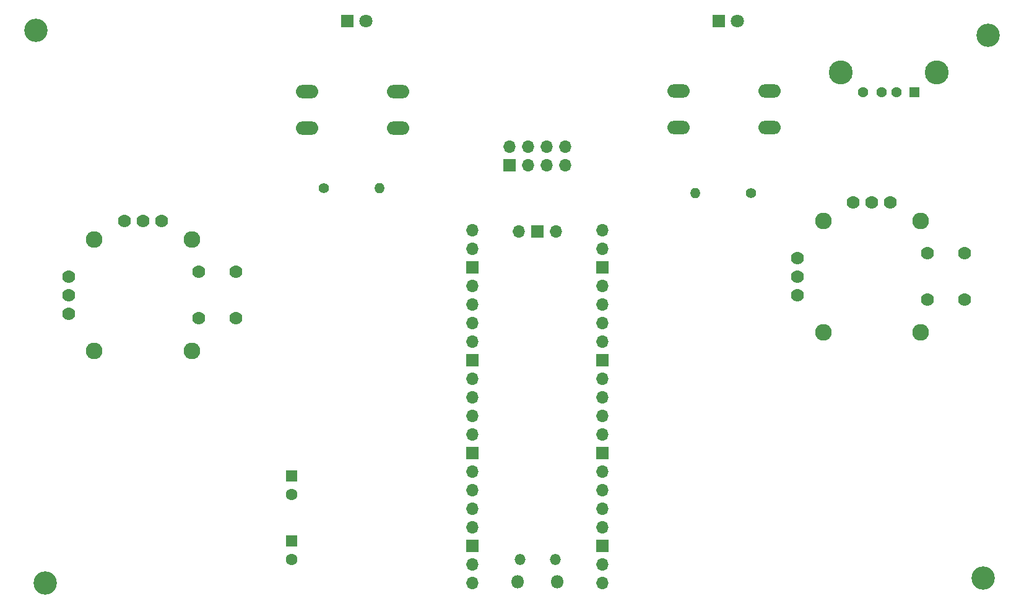
<source format=gbr>
%TF.GenerationSoftware,KiCad,Pcbnew,(5.1.10-1-10_14)*%
%TF.CreationDate,2021-09-27T13:26:11-04:00*%
%TF.ProjectId,Controller_V1,436f6e74-726f-46c6-9c65-725f56312e6b,rev?*%
%TF.SameCoordinates,Original*%
%TF.FileFunction,Soldermask,Bot*%
%TF.FilePolarity,Negative*%
%FSLAX46Y46*%
G04 Gerber Fmt 4.6, Leading zero omitted, Abs format (unit mm)*
G04 Created by KiCad (PCBNEW (5.1.10-1-10_14)) date 2021-09-27 13:26:11*
%MOMM*%
%LPD*%
G01*
G04 APERTURE LIST*
%ADD10C,3.200000*%
%ADD11O,3.048000X1.850000*%
%ADD12O,1.400000X1.400000*%
%ADD13C,1.400000*%
%ADD14C,3.276000*%
%ADD15C,1.428000*%
%ADD16R,1.428000X1.428000*%
%ADD17C,1.800000*%
%ADD18R,1.800000X1.800000*%
%ADD19O,1.700000X1.700000*%
%ADD20R,1.700000X1.700000*%
%ADD21O,1.500000X1.500000*%
%ADD22O,1.800000X1.800000*%
%ADD23C,1.600000*%
%ADD24R,1.600000X1.600000*%
%ADD25C,1.778000*%
%ADD26C,2.286000*%
G04 APERTURE END LIST*
D10*
%TO.C,REF\u002A\u002A*%
X106045000Y-57150000D03*
%TD*%
%TO.C,REF\u002A\u002A*%
X107315000Y-132715000D03*
%TD*%
%TO.C,REF\u002A\u002A*%
X235585000Y-132080000D03*
%TD*%
%TO.C,REF\u002A\u002A*%
X236220000Y-57785000D03*
%TD*%
D11*
%TO.C,SW2*%
X193875000Y-70405000D03*
X193875000Y-65405000D03*
X206375000Y-70405000D03*
X206375000Y-65405000D03*
%TD*%
%TO.C,SW1*%
X143075000Y-70485000D03*
X143075000Y-65485000D03*
X155575000Y-70485000D03*
X155575000Y-65485000D03*
%TD*%
D12*
%TO.C,R2*%
X196215000Y-79375000D03*
D13*
X203835000Y-79375000D03*
%TD*%
D12*
%TO.C,R1*%
X153035000Y-78740000D03*
D13*
X145415000Y-78740000D03*
%TD*%
D14*
%TO.C,J2*%
X216095000Y-62865000D03*
X229235000Y-62865000D03*
D15*
X219165000Y-65575000D03*
X221665000Y-65575000D03*
X223665000Y-65575000D03*
D16*
X226165000Y-65575000D03*
%TD*%
D17*
%TO.C,D2*%
X201930000Y-55880000D03*
D18*
X199390000Y-55880000D03*
%TD*%
D17*
%TO.C,D1*%
X151130000Y-55880000D03*
D18*
X148590000Y-55880000D03*
%TD*%
D19*
%TO.C,U2*%
X172085000Y-84685000D03*
D20*
X174625000Y-84685000D03*
D19*
X177165000Y-84685000D03*
D21*
X172200000Y-129555000D03*
X177050000Y-129555000D03*
D22*
X171900000Y-132585000D03*
X177350000Y-132585000D03*
D19*
X165735000Y-132715000D03*
X165735000Y-130175000D03*
D20*
X165735000Y-127635000D03*
D19*
X165735000Y-125095000D03*
X165735000Y-122555000D03*
X165735000Y-120015000D03*
X165735000Y-117475000D03*
D20*
X165735000Y-114935000D03*
D19*
X165735000Y-112395000D03*
X165735000Y-109855000D03*
X165735000Y-107315000D03*
X165735000Y-104775000D03*
D20*
X165735000Y-102235000D03*
D19*
X165735000Y-99695000D03*
X165735000Y-97155000D03*
X165735000Y-94615000D03*
X165735000Y-92075000D03*
D20*
X165735000Y-89535000D03*
D19*
X165735000Y-86995000D03*
X165735000Y-84455000D03*
X183515000Y-84455000D03*
X183515000Y-86995000D03*
D20*
X183515000Y-89535000D03*
D19*
X183515000Y-92075000D03*
X183515000Y-94615000D03*
X183515000Y-97155000D03*
X183515000Y-99695000D03*
D20*
X183515000Y-102235000D03*
D19*
X183515000Y-104775000D03*
X183515000Y-107315000D03*
X183515000Y-109855000D03*
X183515000Y-112395000D03*
D20*
X183515000Y-114935000D03*
D19*
X183515000Y-117475000D03*
X183515000Y-120015000D03*
X183515000Y-122555000D03*
X183515000Y-125095000D03*
D20*
X183515000Y-127635000D03*
D19*
X183515000Y-130175000D03*
X183515000Y-132715000D03*
%TD*%
D23*
%TO.C,C2*%
X140970000Y-120610000D03*
D24*
X140970000Y-118110000D03*
%TD*%
D23*
%TO.C,C1*%
X140970000Y-129500000D03*
D24*
X140970000Y-127000000D03*
%TD*%
D25*
%TO.C,U3*%
X217805000Y-80645000D03*
X220345000Y-80645000D03*
X222885000Y-80645000D03*
D26*
X227012500Y-98425000D03*
X213677500Y-98425000D03*
X213677500Y-83185000D03*
X227012500Y-83185000D03*
D25*
X210185000Y-93345000D03*
X210185000Y-90805000D03*
X210185000Y-88265000D03*
X227965000Y-93980000D03*
X227965000Y-87630000D03*
X233045000Y-93980000D03*
X233045000Y-87630000D03*
%TD*%
%TO.C,U1*%
X118110000Y-83185000D03*
X120650000Y-83185000D03*
X123190000Y-83185000D03*
D26*
X127317500Y-100965000D03*
X113982500Y-100965000D03*
X113982500Y-85725000D03*
X127317500Y-85725000D03*
D25*
X110490000Y-95885000D03*
X110490000Y-93345000D03*
X110490000Y-90805000D03*
X128270000Y-96520000D03*
X128270000Y-90170000D03*
X133350000Y-96520000D03*
X133350000Y-90170000D03*
%TD*%
D19*
%TO.C,J1*%
X178435000Y-73025000D03*
X178435000Y-75565000D03*
X175895000Y-73025000D03*
X175895000Y-75565000D03*
X173355000Y-73025000D03*
X173355000Y-75565000D03*
X170815000Y-73025000D03*
D20*
X170815000Y-75565000D03*
%TD*%
M02*

</source>
